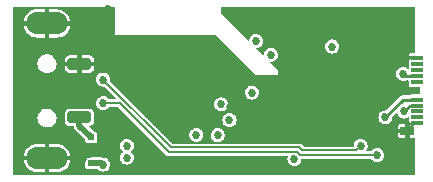
<source format=gbr>
%TF.GenerationSoftware,KiCad,Pcbnew,(6.0.7)*%
%TF.CreationDate,2023-02-08T01:32:31-08:00*%
%TF.ProjectId,ESP_SoC,4553505f-536f-4432-9e6b-696361645f70,rev?*%
%TF.SameCoordinates,Original*%
%TF.FileFunction,Copper,L4,Bot*%
%TF.FilePolarity,Positive*%
%FSLAX46Y46*%
G04 Gerber Fmt 4.6, Leading zero omitted, Abs format (unit mm)*
G04 Created by KiCad (PCBNEW (6.0.7)) date 2023-02-08 01:32:31*
%MOMM*%
%LPD*%
G01*
G04 APERTURE LIST*
G04 Aperture macros list*
%AMRoundRect*
0 Rectangle with rounded corners*
0 $1 Rounding radius*
0 $2 $3 $4 $5 $6 $7 $8 $9 X,Y pos of 4 corners*
0 Add a 4 corners polygon primitive as box body*
4,1,4,$2,$3,$4,$5,$6,$7,$8,$9,$2,$3,0*
0 Add four circle primitives for the rounded corners*
1,1,$1+$1,$2,$3*
1,1,$1+$1,$4,$5*
1,1,$1+$1,$6,$7*
1,1,$1+$1,$8,$9*
0 Add four rect primitives between the rounded corners*
20,1,$1+$1,$2,$3,$4,$5,0*
20,1,$1+$1,$4,$5,$6,$7,0*
20,1,$1+$1,$6,$7,$8,$9,0*
20,1,$1+$1,$8,$9,$2,$3,0*%
G04 Aperture macros list end*
%TA.AperFunction,ComponentPad*%
%ADD10O,3.500000X1.900000*%
%TD*%
%TA.AperFunction,SMDPad,CuDef*%
%ADD11R,1.000000X0.380000*%
%TD*%
%TA.AperFunction,SMDPad,CuDef*%
%ADD12R,1.150000X0.700000*%
%TD*%
%TA.AperFunction,SMDPad,CuDef*%
%ADD13R,0.500000X0.500000*%
%TD*%
%TA.AperFunction,SMDPad,CuDef*%
%ADD14RoundRect,0.250000X-0.750000X0.250000X-0.750000X-0.250000X0.750000X-0.250000X0.750000X0.250000X0*%
%TD*%
%TA.AperFunction,ViaPad*%
%ADD15C,0.685800*%
%TD*%
%TA.AperFunction,ViaPad*%
%ADD16C,0.889000*%
%TD*%
%TA.AperFunction,Conductor*%
%ADD17C,0.154200*%
%TD*%
%TA.AperFunction,Conductor*%
%ADD18C,0.508000*%
%TD*%
%TA.AperFunction,Conductor*%
%ADD19C,0.254000*%
%TD*%
%TA.AperFunction,Conductor*%
%ADD20C,0.152400*%
%TD*%
G04 APERTURE END LIST*
D10*
%TO.P,J1,5,Shield*%
%TO.N,GND*%
X101650000Y-104450000D03*
X101650000Y-93050000D03*
%TD*%
D11*
%TO.P,P1,B1,GND*%
%TO.N,GND*%
X133010000Y-101500000D03*
%TO.P,P1,B2,TX2+*%
%TO.N,unconnected-(P1-PadB2)*%
X133010000Y-101000000D03*
%TO.P,P1,B3,TX2-*%
%TO.N,unconnected-(P1-PadB3)*%
X133010000Y-100500000D03*
%TO.P,P1,B4,VBUS*%
%TO.N,+5V*%
X133010000Y-100000000D03*
%TO.P,P1,B5,VCONN*%
%TO.N,Net-(P1-PadB5)*%
X133010000Y-99500000D03*
%TO.P,P1,B8,SBU2*%
%TO.N,unconnected-(P1-PadB8)*%
X133010000Y-98000000D03*
%TO.P,P1,B9,VBUS*%
%TO.N,+5V*%
X133010000Y-97500000D03*
%TO.P,P1,B10,RX1-*%
%TO.N,unconnected-(P1-PadB10)*%
X133010000Y-97000000D03*
%TO.P,P1,B11,RX1+*%
%TO.N,unconnected-(P1-PadB11)*%
X133010000Y-96500000D03*
%TO.P,P1,B12,GND*%
%TO.N,GND*%
X133010000Y-96000000D03*
D12*
%TO.P,P1,S1,SHIELD*%
X132170000Y-102170000D03*
%TD*%
D13*
%TO.P,D2,1,K*%
%TO.N,+5V*%
X105400000Y-104900000D03*
%TO.P,D2,2,A*%
%TO.N,+BATT*%
X105400000Y-102700000D03*
%TD*%
D14*
%TO.P,J2,1,Pin_1*%
%TO.N,+BATT*%
X104400000Y-101000000D03*
%TD*%
%TO.P,J3,1,Pin_1*%
%TO.N,GND*%
X104400000Y-96500000D03*
%TD*%
D15*
%TO.N,+3V3*%
X125800000Y-95000000D03*
X116100000Y-102500000D03*
X116400000Y-99900000D03*
X119337156Y-94518432D03*
X122600000Y-104500000D03*
X119000000Y-98900000D03*
X114295000Y-102475000D03*
X120600000Y-95700000D03*
X117100000Y-101226500D03*
%TO.N,GND*%
X117700000Y-92800000D03*
X106800000Y-92700000D03*
X117178019Y-100133500D03*
X104700000Y-104500000D03*
D16*
X122750000Y-98500000D03*
D15*
X111000000Y-104000000D03*
X130400000Y-94500000D03*
X127400000Y-94500000D03*
X106800000Y-91800000D03*
X112800000Y-94500000D03*
D16*
X124000000Y-99750000D03*
D15*
X106800000Y-93600000D03*
X107800000Y-94500000D03*
D16*
X122750000Y-101000000D03*
D15*
X107700000Y-101100000D03*
X117400000Y-96100000D03*
X130400000Y-92300000D03*
X127400000Y-92300000D03*
X113000000Y-97800000D03*
X115300000Y-99900000D03*
D16*
X124000000Y-98500000D03*
D15*
X113800000Y-94500000D03*
X117000000Y-92100000D03*
X109800000Y-94500000D03*
X114800000Y-94500000D03*
X118700000Y-102800000D03*
D16*
X124000000Y-101000000D03*
D15*
X118800000Y-97400000D03*
X108800000Y-94500000D03*
D16*
X125250000Y-98500000D03*
D15*
X106800000Y-94500000D03*
D16*
X122750000Y-99750000D03*
X125250000Y-101000000D03*
D15*
X111800000Y-94500000D03*
X129000000Y-98900000D03*
X118400000Y-93500000D03*
D16*
X125250000Y-99750000D03*
D15*
X108800000Y-97800000D03*
X113000000Y-101100000D03*
X116700000Y-95400000D03*
X129000000Y-96700000D03*
X110800000Y-94500000D03*
X130700000Y-103800000D03*
%TO.N,+5V*%
X108400000Y-103400000D03*
X131800000Y-97300000D03*
X106400000Y-105000000D03*
X131900000Y-100500000D03*
X108400000Y-104400000D03*
%TO.N,USB_D-*%
X106400000Y-99800000D03*
X129600000Y-104200000D03*
%TO.N,USB_D+*%
X128200000Y-103400000D03*
X106400000Y-97800000D03*
%TO.N,Net-(P1-PadB5)*%
X130300000Y-101000000D03*
%TD*%
D17*
%TO.N,GND*%
X133010000Y-101500000D02*
X132840000Y-101500000D01*
X132840000Y-101500000D02*
X132170000Y-102170000D01*
D18*
%TO.N,+5V*%
X105400000Y-104900000D02*
X106300000Y-104900000D01*
D19*
X133010000Y-100000000D02*
X132400000Y-100000000D01*
X131800000Y-97300000D02*
X132000000Y-97500000D01*
X132400000Y-100000000D02*
X131900000Y-100500000D01*
X132000000Y-97500000D02*
X133010000Y-97500000D01*
D18*
X106300000Y-104900000D02*
X106400000Y-105000000D01*
D20*
%TO.N,USB_D-*%
X123072303Y-104200000D02*
X129600000Y-104200000D01*
X122826203Y-103953900D02*
X123072303Y-104200000D01*
X106400000Y-99800000D02*
X107825263Y-99800000D01*
X107825263Y-99800000D02*
X111979163Y-103953900D01*
X111979163Y-103953900D02*
X122826203Y-103953900D01*
%TO.N,USB_D+*%
X106400000Y-97800000D02*
X112147519Y-103547519D01*
X123240613Y-103793600D02*
X127806400Y-103793600D01*
X112147519Y-103547519D02*
X122994532Y-103547519D01*
X122994532Y-103547519D02*
X123240613Y-103793600D01*
X127806400Y-103793600D02*
X128200000Y-103400000D01*
D19*
%TO.N,Net-(P1-PadB5)*%
X130300000Y-101000000D02*
X131800000Y-99500000D01*
X131800000Y-99500000D02*
X133010000Y-99500000D01*
D18*
%TO.N,+BATT*%
X104400000Y-101000000D02*
X104400000Y-101700000D01*
X104400000Y-101700000D02*
X105400000Y-102700000D01*
%TD*%
%TA.AperFunction,Conductor*%
%TO.N,GND*%
G36*
X107425459Y-91655333D02*
G01*
X107430292Y-91667017D01*
X107427956Y-93940306D01*
X107427896Y-93998552D01*
X107431154Y-93998572D01*
X107431155Y-93998572D01*
X115943296Y-94049960D01*
X115954777Y-94054707D01*
X118693566Y-96753219D01*
X119350000Y-97400000D01*
X121200000Y-97400000D01*
X121200000Y-96949990D01*
X120559860Y-96323187D01*
X120554905Y-96311572D01*
X120559615Y-96299854D01*
X120571230Y-96294899D01*
X120573558Y-96295039D01*
X120598929Y-96298379D01*
X120600000Y-96298520D01*
X120601071Y-96298379D01*
X120753840Y-96278267D01*
X120753843Y-96278266D01*
X120754908Y-96278126D01*
X120809755Y-96255408D01*
X120898256Y-96218750D01*
X120898257Y-96218750D01*
X120899260Y-96218334D01*
X120900120Y-96217674D01*
X120900122Y-96217673D01*
X121022363Y-96123874D01*
X121023218Y-96123218D01*
X121044039Y-96096084D01*
X121117673Y-96000122D01*
X121117674Y-96000120D01*
X121118334Y-95999260D01*
X121137063Y-95954045D01*
X121177713Y-95855905D01*
X121178126Y-95854908D01*
X121180995Y-95833121D01*
X121198379Y-95701071D01*
X121198520Y-95700000D01*
X121194163Y-95666907D01*
X121178267Y-95546160D01*
X121178266Y-95546157D01*
X121178126Y-95545092D01*
X121138531Y-95449500D01*
X121118750Y-95401744D01*
X121118750Y-95401743D01*
X121118334Y-95400740D01*
X121100057Y-95376920D01*
X121023874Y-95277637D01*
X121023218Y-95276782D01*
X121006991Y-95264331D01*
X120900122Y-95182327D01*
X120900120Y-95182326D01*
X120899260Y-95181666D01*
X120832082Y-95153840D01*
X120755905Y-95122287D01*
X120754908Y-95121874D01*
X120753843Y-95121734D01*
X120753840Y-95121733D01*
X120601071Y-95101621D01*
X120600000Y-95101480D01*
X120598929Y-95101621D01*
X120446160Y-95121733D01*
X120446157Y-95121734D01*
X120445092Y-95121874D01*
X120444095Y-95122287D01*
X120367919Y-95153840D01*
X120300740Y-95181666D01*
X120299880Y-95182326D01*
X120299878Y-95182327D01*
X120193009Y-95264331D01*
X120176782Y-95276782D01*
X120176126Y-95277637D01*
X120099944Y-95376920D01*
X120081666Y-95400740D01*
X120081250Y-95401743D01*
X120081250Y-95401744D01*
X120061469Y-95449500D01*
X120021874Y-95545092D01*
X120021734Y-95546157D01*
X120021733Y-95546160D01*
X120005837Y-95666907D01*
X120001480Y-95700000D01*
X120001621Y-95701071D01*
X120006796Y-95740379D01*
X120003527Y-95752578D01*
X119992591Y-95758892D01*
X119980392Y-95755623D01*
X119978893Y-95754322D01*
X119513123Y-95298256D01*
X119353278Y-95141741D01*
X119348323Y-95130126D01*
X119353033Y-95118408D01*
X119362667Y-95113593D01*
X119416496Y-95106507D01*
X119490996Y-95096699D01*
X119490999Y-95096698D01*
X119492064Y-95096558D01*
X119636416Y-95036766D01*
X119637276Y-95036106D01*
X119637278Y-95036105D01*
X119684331Y-95000000D01*
X125201480Y-95000000D01*
X125201621Y-95001071D01*
X125220141Y-95141741D01*
X125221874Y-95154908D01*
X125222287Y-95155905D01*
X125272710Y-95277637D01*
X125281666Y-95299260D01*
X125376782Y-95423218D01*
X125377637Y-95423874D01*
X125499878Y-95517673D01*
X125499880Y-95517674D01*
X125500740Y-95518334D01*
X125501743Y-95518750D01*
X125501744Y-95518750D01*
X125578780Y-95550659D01*
X125645092Y-95578126D01*
X125646157Y-95578266D01*
X125646160Y-95578267D01*
X125798929Y-95598379D01*
X125800000Y-95598520D01*
X125801071Y-95598379D01*
X125953840Y-95578267D01*
X125953843Y-95578266D01*
X125954908Y-95578126D01*
X126021220Y-95550659D01*
X126098256Y-95518750D01*
X126098257Y-95518750D01*
X126099260Y-95518334D01*
X126100120Y-95517674D01*
X126100122Y-95517673D01*
X126222363Y-95423874D01*
X126223218Y-95423218D01*
X126318334Y-95299260D01*
X126327291Y-95277637D01*
X126377713Y-95155905D01*
X126378126Y-95154908D01*
X126379860Y-95141741D01*
X126398379Y-95001071D01*
X126398520Y-95000000D01*
X126398361Y-94998794D01*
X126378267Y-94846160D01*
X126378266Y-94846157D01*
X126378126Y-94845092D01*
X126318334Y-94700740D01*
X126298075Y-94674337D01*
X126223874Y-94577637D01*
X126223218Y-94576782D01*
X126179299Y-94543082D01*
X126100122Y-94482327D01*
X126100120Y-94482326D01*
X126099260Y-94481666D01*
X125954908Y-94421874D01*
X125953843Y-94421734D01*
X125953840Y-94421733D01*
X125801071Y-94401621D01*
X125800000Y-94401480D01*
X125798929Y-94401621D01*
X125646160Y-94421733D01*
X125646157Y-94421734D01*
X125645092Y-94421874D01*
X125500740Y-94481666D01*
X125499880Y-94482326D01*
X125499878Y-94482327D01*
X125420701Y-94543082D01*
X125376782Y-94576782D01*
X125376126Y-94577637D01*
X125301926Y-94674337D01*
X125281666Y-94700740D01*
X125221874Y-94845092D01*
X125221734Y-94846157D01*
X125221733Y-94846160D01*
X125201639Y-94998794D01*
X125201480Y-95000000D01*
X119684331Y-95000000D01*
X119759519Y-94942306D01*
X119760374Y-94941650D01*
X119833646Y-94846160D01*
X119854829Y-94818554D01*
X119854830Y-94818552D01*
X119855490Y-94817692D01*
X119915282Y-94673340D01*
X119928081Y-94576126D01*
X119935535Y-94519503D01*
X119935676Y-94518432D01*
X119930781Y-94481250D01*
X119915423Y-94364592D01*
X119915422Y-94364589D01*
X119915282Y-94363524D01*
X119867861Y-94249038D01*
X119855906Y-94220176D01*
X119855906Y-94220175D01*
X119855490Y-94219172D01*
X119760374Y-94095214D01*
X119701398Y-94049960D01*
X119637278Y-94000759D01*
X119637276Y-94000758D01*
X119636416Y-94000098D01*
X119624763Y-93995271D01*
X119505929Y-93946049D01*
X119492064Y-93940306D01*
X119490999Y-93940166D01*
X119490996Y-93940165D01*
X119338227Y-93920053D01*
X119337156Y-93919912D01*
X119336085Y-93920053D01*
X119183316Y-93940165D01*
X119183313Y-93940166D01*
X119182248Y-93940306D01*
X119168383Y-93946049D01*
X119049550Y-93995271D01*
X119037896Y-94000098D01*
X119037036Y-94000758D01*
X119037034Y-94000759D01*
X118972914Y-94049960D01*
X118913938Y-94095214D01*
X118818822Y-94219172D01*
X118818406Y-94220175D01*
X118818406Y-94220176D01*
X118806451Y-94249038D01*
X118759030Y-94363524D01*
X118758890Y-94364589D01*
X118758889Y-94364592D01*
X118740442Y-94504716D01*
X118734128Y-94515652D01*
X118721929Y-94518921D01*
X118712539Y-94514351D01*
X117037537Y-92874245D01*
X116404956Y-92254843D01*
X116400000Y-92243054D01*
X116400000Y-91667000D01*
X116404833Y-91655333D01*
X116416500Y-91650500D01*
X132783000Y-91650500D01*
X132794667Y-91655333D01*
X132799500Y-91667000D01*
X132799500Y-95373701D01*
X132799183Y-95376919D01*
X132794592Y-95400000D01*
X132794909Y-95401594D01*
X132797744Y-95415847D01*
X132797957Y-95417218D01*
X132809907Y-95523273D01*
X132815078Y-95538050D01*
X132814370Y-95550659D01*
X132804954Y-95559074D01*
X132799504Y-95560000D01*
X132486191Y-95560000D01*
X132484577Y-95560159D01*
X132414050Y-95574188D01*
X132411102Y-95575409D01*
X132331110Y-95628858D01*
X132328858Y-95631110D01*
X132275409Y-95711102D01*
X132274188Y-95714050D01*
X132260159Y-95784577D01*
X132260000Y-95786191D01*
X132260000Y-95821717D01*
X132260962Y-95824038D01*
X132263283Y-95825000D01*
X132989642Y-95825000D01*
X133001309Y-95829833D01*
X133004597Y-95833121D01*
X133005385Y-95833616D01*
X133108854Y-95898630D01*
X133108856Y-95898631D01*
X133109636Y-95899121D01*
X133173951Y-95921626D01*
X133183366Y-95930040D01*
X133185000Y-95937199D01*
X133185000Y-96043000D01*
X133180167Y-96054667D01*
X133168500Y-96059500D01*
X132485326Y-96059500D01*
X132412260Y-96074034D01*
X132329399Y-96129399D01*
X132328497Y-96130749D01*
X132303830Y-96167667D01*
X132293330Y-96174683D01*
X132290111Y-96175000D01*
X132263283Y-96175000D01*
X132260962Y-96175962D01*
X132260000Y-96178283D01*
X132260000Y-96213809D01*
X132260159Y-96215423D01*
X132266142Y-96245499D01*
X132266142Y-96251935D01*
X132259500Y-96285326D01*
X132259500Y-96714674D01*
X132259659Y-96715473D01*
X132265887Y-96746781D01*
X132265887Y-96753217D01*
X132259500Y-96785326D01*
X132259500Y-96875458D01*
X132254667Y-96887125D01*
X132243000Y-96891958D01*
X132231333Y-96887125D01*
X132229910Y-96885503D01*
X132223874Y-96877637D01*
X132223218Y-96876782D01*
X132128257Y-96803916D01*
X132100122Y-96782327D01*
X132100120Y-96782326D01*
X132099260Y-96781666D01*
X131954908Y-96721874D01*
X131953843Y-96721734D01*
X131953840Y-96721733D01*
X131801071Y-96701621D01*
X131800000Y-96701480D01*
X131798929Y-96701621D01*
X131646160Y-96721733D01*
X131646157Y-96721734D01*
X131645092Y-96721874D01*
X131500740Y-96781666D01*
X131499880Y-96782326D01*
X131499878Y-96782327D01*
X131471743Y-96803916D01*
X131376782Y-96876782D01*
X131376126Y-96877637D01*
X131288774Y-96991477D01*
X131281666Y-97000740D01*
X131221874Y-97145092D01*
X131221734Y-97146157D01*
X131221733Y-97146160D01*
X131207997Y-97250500D01*
X131201480Y-97300000D01*
X131201621Y-97301071D01*
X131214519Y-97399038D01*
X131221874Y-97454908D01*
X131281666Y-97599260D01*
X131282326Y-97600120D01*
X131282327Y-97600122D01*
X131364331Y-97706991D01*
X131376782Y-97723218D01*
X131377637Y-97723874D01*
X131499878Y-97817673D01*
X131499880Y-97817674D01*
X131500740Y-97818334D01*
X131645092Y-97878126D01*
X131646157Y-97878266D01*
X131646160Y-97878267D01*
X131798929Y-97898379D01*
X131800000Y-97898520D01*
X131801071Y-97898379D01*
X131946157Y-97879279D01*
X131950375Y-97879268D01*
X131950732Y-97879313D01*
X131952033Y-97879702D01*
X131953390Y-97879649D01*
X131953393Y-97879649D01*
X132007746Y-97877513D01*
X132008394Y-97877500D01*
X132243000Y-97877500D01*
X132254667Y-97882333D01*
X132259500Y-97894000D01*
X132259500Y-98214674D01*
X132274034Y-98287740D01*
X132329399Y-98370601D01*
X132412260Y-98425966D01*
X132485326Y-98440500D01*
X133183500Y-98440500D01*
X133195167Y-98445333D01*
X133200000Y-98457000D01*
X133200000Y-99043000D01*
X133195167Y-99054667D01*
X133183500Y-99059500D01*
X132485326Y-99059500D01*
X132412260Y-99074034D01*
X132410907Y-99074938D01*
X132343886Y-99119719D01*
X132334719Y-99122500D01*
X131842054Y-99122500D01*
X131838581Y-99122130D01*
X131827383Y-99119719D01*
X131818029Y-99117705D01*
X131816676Y-99117865D01*
X131816673Y-99117865D01*
X131778481Y-99122386D01*
X131776542Y-99122500D01*
X131768638Y-99122500D01*
X131767966Y-99122612D01*
X131767964Y-99122612D01*
X131759154Y-99124078D01*
X131747162Y-99126074D01*
X131746413Y-99126181D01*
X131693225Y-99132477D01*
X131687134Y-99135402D01*
X131682703Y-99136803D01*
X131678842Y-99137446D01*
X131677375Y-99137690D01*
X131677374Y-99137690D01*
X131676030Y-99137914D01*
X131674831Y-99138561D01*
X131628888Y-99163351D01*
X131628194Y-99163704D01*
X131579934Y-99186878D01*
X131575684Y-99190450D01*
X131573899Y-99192235D01*
X131570067Y-99195089D01*
X131566630Y-99196943D01*
X131566628Y-99196944D01*
X131565428Y-99197592D01*
X131564500Y-99198596D01*
X131527578Y-99238538D01*
X131527129Y-99239005D01*
X130362886Y-100403248D01*
X130351219Y-100408081D01*
X130349067Y-100407940D01*
X130300000Y-100401480D01*
X130298929Y-100401621D01*
X130146160Y-100421733D01*
X130146157Y-100421734D01*
X130145092Y-100421874D01*
X130000740Y-100481666D01*
X129999880Y-100482326D01*
X129999878Y-100482327D01*
X129905384Y-100554835D01*
X129876782Y-100576782D01*
X129876126Y-100577637D01*
X129785239Y-100696084D01*
X129781666Y-100700740D01*
X129781250Y-100701743D01*
X129781250Y-100701744D01*
X129779070Y-100707007D01*
X129721874Y-100845092D01*
X129721734Y-100846157D01*
X129721733Y-100846160D01*
X129709002Y-100942867D01*
X129701480Y-101000000D01*
X129721874Y-101154908D01*
X129722287Y-101155905D01*
X129780886Y-101297376D01*
X129781666Y-101299260D01*
X129782326Y-101300120D01*
X129782327Y-101300122D01*
X129827926Y-101359548D01*
X129876782Y-101423218D01*
X129877637Y-101423874D01*
X129999878Y-101517673D01*
X129999880Y-101517674D01*
X130000740Y-101518334D01*
X130001743Y-101518750D01*
X130001744Y-101518750D01*
X130075982Y-101549500D01*
X130145092Y-101578126D01*
X130146157Y-101578266D01*
X130146160Y-101578267D01*
X130298929Y-101598379D01*
X130300000Y-101598520D01*
X130301071Y-101598379D01*
X130453840Y-101578267D01*
X130453843Y-101578266D01*
X130454908Y-101578126D01*
X130524018Y-101549500D01*
X130598256Y-101518750D01*
X130598257Y-101518750D01*
X130599260Y-101518334D01*
X130600120Y-101517674D01*
X130600122Y-101517673D01*
X130722363Y-101423874D01*
X130723218Y-101423218D01*
X130772074Y-101359548D01*
X130817673Y-101300122D01*
X130817674Y-101300120D01*
X130818334Y-101299260D01*
X130819115Y-101297376D01*
X130877713Y-101155905D01*
X130878126Y-101154908D01*
X130898520Y-101000000D01*
X130892060Y-100950934D01*
X130895329Y-100938736D01*
X130896752Y-100937113D01*
X131281589Y-100552277D01*
X131293256Y-100547444D01*
X131304923Y-100552277D01*
X131309615Y-100561790D01*
X131321014Y-100648374D01*
X131321874Y-100654908D01*
X131322287Y-100655905D01*
X131343128Y-100706219D01*
X131381666Y-100799260D01*
X131382326Y-100800120D01*
X131382327Y-100800122D01*
X131432249Y-100865181D01*
X131476782Y-100923218D01*
X131477637Y-100923874D01*
X131599878Y-101017673D01*
X131599880Y-101017674D01*
X131600740Y-101018334D01*
X131601743Y-101018750D01*
X131601744Y-101018750D01*
X131665828Y-101045294D01*
X131745092Y-101078126D01*
X131746157Y-101078266D01*
X131746160Y-101078267D01*
X131898929Y-101098379D01*
X131900000Y-101098520D01*
X131901071Y-101098379D01*
X132053840Y-101078267D01*
X132053843Y-101078266D01*
X132054908Y-101078126D01*
X132134172Y-101045294D01*
X132198256Y-101018750D01*
X132198257Y-101018750D01*
X132199260Y-101018334D01*
X132200120Y-101017674D01*
X132200122Y-101017673D01*
X132232955Y-100992479D01*
X132245154Y-100989210D01*
X132256090Y-100995524D01*
X132259500Y-101005569D01*
X132259500Y-101214674D01*
X132265452Y-101244592D01*
X132266142Y-101248063D01*
X132266142Y-101254501D01*
X132260159Y-101284577D01*
X132260000Y-101286191D01*
X132260000Y-101321717D01*
X132260962Y-101324038D01*
X132263283Y-101325000D01*
X132290111Y-101325000D01*
X132301778Y-101329833D01*
X132303828Y-101332330D01*
X132329399Y-101370601D01*
X132412260Y-101425966D01*
X132485326Y-101440500D01*
X133168500Y-101440500D01*
X133180167Y-101445333D01*
X133185000Y-101457000D01*
X133185000Y-101562801D01*
X133180167Y-101574468D01*
X133173952Y-101578374D01*
X133109636Y-101600879D01*
X133108856Y-101601369D01*
X133108854Y-101601370D01*
X133073996Y-101623273D01*
X133004597Y-101666879D01*
X133001309Y-101670167D01*
X132989642Y-101675000D01*
X132348283Y-101675000D01*
X132345962Y-101675962D01*
X132345000Y-101678283D01*
X132345000Y-102766717D01*
X132345962Y-102769038D01*
X132348283Y-102770000D01*
X132768809Y-102770000D01*
X132770425Y-102769841D01*
X132779782Y-102767980D01*
X132792167Y-102770444D01*
X132799183Y-102780945D01*
X132799500Y-102784163D01*
X132799500Y-105833000D01*
X132794667Y-105844667D01*
X132783000Y-105849500D01*
X98817000Y-105849500D01*
X98805333Y-105844667D01*
X98800500Y-105833000D01*
X98800500Y-104627320D01*
X99662796Y-104627320D01*
X99685795Y-104761170D01*
X99686185Y-104762622D01*
X99761994Y-104968115D01*
X99762646Y-104969480D01*
X99874628Y-105157706D01*
X99875525Y-105158940D01*
X100019933Y-105323605D01*
X100021032Y-105324648D01*
X100193041Y-105460249D01*
X100194302Y-105461068D01*
X100388146Y-105563054D01*
X100389532Y-105563628D01*
X100598720Y-105628583D01*
X100600182Y-105628894D01*
X100778021Y-105649943D01*
X100778998Y-105650000D01*
X101471717Y-105650000D01*
X101474038Y-105649038D01*
X101475000Y-105646717D01*
X101825000Y-105646717D01*
X101825962Y-105649038D01*
X101828283Y-105650000D01*
X102505569Y-105650000D01*
X102506327Y-105649965D01*
X102668871Y-105635030D01*
X102670343Y-105634757D01*
X102881165Y-105575299D01*
X102882558Y-105574764D01*
X103079007Y-105477886D01*
X103080288Y-105477101D01*
X103255788Y-105346049D01*
X103256914Y-105345034D01*
X103405588Y-105184200D01*
X103406505Y-105183006D01*
X103523387Y-104997759D01*
X103524069Y-104996419D01*
X103534939Y-104969173D01*
X104895028Y-104969173D01*
X104895350Y-104970299D01*
X104895350Y-104970300D01*
X104898865Y-104982598D01*
X104899500Y-104987132D01*
X104899500Y-105174674D01*
X104914034Y-105247740D01*
X104969399Y-105330601D01*
X105052260Y-105385966D01*
X105125326Y-105400500D01*
X105333727Y-105400500D01*
X105336266Y-105400696D01*
X105360072Y-105404403D01*
X105360076Y-105404403D01*
X105360697Y-105404500D01*
X105954282Y-105404500D01*
X105965949Y-105409333D01*
X105967372Y-105410955D01*
X105976782Y-105423218D01*
X105977637Y-105423874D01*
X106099878Y-105517673D01*
X106099880Y-105517674D01*
X106100740Y-105518334D01*
X106245092Y-105578126D01*
X106246157Y-105578266D01*
X106246160Y-105578267D01*
X106398929Y-105598379D01*
X106400000Y-105598520D01*
X106401071Y-105598379D01*
X106553840Y-105578267D01*
X106553843Y-105578266D01*
X106554908Y-105578126D01*
X106699260Y-105518334D01*
X106700120Y-105517674D01*
X106700122Y-105517673D01*
X106822363Y-105423874D01*
X106823218Y-105423218D01*
X106882432Y-105346049D01*
X106917673Y-105300122D01*
X106917674Y-105300120D01*
X106918334Y-105299260D01*
X106978126Y-105154908D01*
X106998520Y-105000000D01*
X106988498Y-104923874D01*
X106978267Y-104846160D01*
X106978266Y-104846157D01*
X106978126Y-104845092D01*
X106918334Y-104700740D01*
X106917199Y-104699260D01*
X106823874Y-104577637D01*
X106823218Y-104576782D01*
X106806991Y-104564331D01*
X106700122Y-104482327D01*
X106700120Y-104482326D01*
X106699260Y-104481666D01*
X106554908Y-104421874D01*
X106553843Y-104421734D01*
X106553840Y-104421733D01*
X106434724Y-104406051D01*
X106413460Y-104403252D01*
X106411706Y-104402813D01*
X106411694Y-104402867D01*
X106410553Y-104402616D01*
X106409448Y-104402202D01*
X106400348Y-104401526D01*
X106400364Y-104401310D01*
X106399930Y-104401130D01*
X106399903Y-104401493D01*
X106379812Y-104400000D01*
X107801480Y-104400000D01*
X107801621Y-104401071D01*
X107818797Y-104531533D01*
X107821874Y-104554908D01*
X107822287Y-104555905D01*
X107851220Y-104625755D01*
X107881666Y-104699260D01*
X107882326Y-104700120D01*
X107882327Y-104700122D01*
X107896302Y-104718334D01*
X107976782Y-104823218D01*
X107977637Y-104823874D01*
X108099878Y-104917673D01*
X108099880Y-104917674D01*
X108100740Y-104918334D01*
X108245092Y-104978126D01*
X108246157Y-104978266D01*
X108246160Y-104978267D01*
X108398929Y-104998379D01*
X108400000Y-104998520D01*
X108401071Y-104998379D01*
X108553840Y-104978267D01*
X108553843Y-104978266D01*
X108554908Y-104978126D01*
X108699260Y-104918334D01*
X108700120Y-104917674D01*
X108700122Y-104917673D01*
X108822363Y-104823874D01*
X108823218Y-104823218D01*
X108903698Y-104718334D01*
X108917673Y-104700122D01*
X108917674Y-104700120D01*
X108918334Y-104699260D01*
X108948781Y-104625755D01*
X108977713Y-104555905D01*
X108978126Y-104554908D01*
X108981204Y-104531533D01*
X108998379Y-104401071D01*
X108998520Y-104400000D01*
X108997432Y-104391739D01*
X108978267Y-104246160D01*
X108978266Y-104246157D01*
X108978126Y-104245092D01*
X108918334Y-104100740D01*
X108876454Y-104046160D01*
X108823874Y-103977637D01*
X108823218Y-103976782D01*
X108822363Y-103976126D01*
X108822359Y-103976122D01*
X108740213Y-103913090D01*
X108733898Y-103902154D01*
X108737167Y-103889956D01*
X108740213Y-103886910D01*
X108822359Y-103823878D01*
X108822363Y-103823874D01*
X108823218Y-103823218D01*
X108835669Y-103806991D01*
X108917673Y-103700122D01*
X108917674Y-103700120D01*
X108918334Y-103699260D01*
X108978126Y-103554908D01*
X108989713Y-103466900D01*
X108998379Y-103401071D01*
X108998520Y-103400000D01*
X108988607Y-103324701D01*
X108978267Y-103246160D01*
X108978266Y-103246157D01*
X108978126Y-103245092D01*
X108918334Y-103100740D01*
X108916523Y-103098379D01*
X108823874Y-102977637D01*
X108823218Y-102976782D01*
X108748963Y-102919804D01*
X108700122Y-102882327D01*
X108700120Y-102882326D01*
X108699260Y-102881666D01*
X108554908Y-102821874D01*
X108553843Y-102821734D01*
X108553840Y-102821733D01*
X108401071Y-102801621D01*
X108400000Y-102801480D01*
X108398929Y-102801621D01*
X108246160Y-102821733D01*
X108246157Y-102821734D01*
X108245092Y-102821874D01*
X108100740Y-102881666D01*
X108099880Y-102882326D01*
X108099878Y-102882327D01*
X108051037Y-102919804D01*
X107976782Y-102976782D01*
X107976126Y-102977637D01*
X107883478Y-103098379D01*
X107881666Y-103100740D01*
X107821874Y-103245092D01*
X107821734Y-103246157D01*
X107821733Y-103246160D01*
X107811393Y-103324701D01*
X107801480Y-103400000D01*
X107801621Y-103401071D01*
X107810288Y-103466900D01*
X107821874Y-103554908D01*
X107881666Y-103699260D01*
X107882326Y-103700120D01*
X107882327Y-103700122D01*
X107964331Y-103806991D01*
X107976782Y-103823218D01*
X107977637Y-103823874D01*
X107977641Y-103823878D01*
X108059787Y-103886910D01*
X108066102Y-103897846D01*
X108062833Y-103910044D01*
X108059787Y-103913090D01*
X107977641Y-103976122D01*
X107977637Y-103976126D01*
X107976782Y-103976782D01*
X107976126Y-103977637D01*
X107923547Y-104046160D01*
X107881666Y-104100740D01*
X107821874Y-104245092D01*
X107821734Y-104246157D01*
X107821733Y-104246160D01*
X107802568Y-104391739D01*
X107801480Y-104400000D01*
X106379812Y-104400000D01*
X106358254Y-104398398D01*
X106356955Y-104398249D01*
X106339303Y-104395500D01*
X106319874Y-104395500D01*
X106318651Y-104395455D01*
X106266507Y-104391580D01*
X106266505Y-104391580D01*
X106265333Y-104391493D01*
X106264181Y-104391739D01*
X106264179Y-104391739D01*
X106248267Y-104395136D01*
X106244822Y-104395500D01*
X105363774Y-104395500D01*
X105339831Y-104398929D01*
X105337010Y-104399333D01*
X105334671Y-104399500D01*
X105125326Y-104399500D01*
X105052260Y-104414034D01*
X104969399Y-104469399D01*
X104914034Y-104552260D01*
X104899500Y-104625326D01*
X104899500Y-104810245D01*
X104898808Y-104814973D01*
X104895910Y-104824663D01*
X104895028Y-104969173D01*
X103534939Y-104969173D01*
X103605230Y-104792987D01*
X103605661Y-104791533D01*
X103638147Y-104628219D01*
X103637656Y-104625755D01*
X103636527Y-104625000D01*
X101828283Y-104625000D01*
X101825962Y-104625962D01*
X101825000Y-104628283D01*
X101825000Y-105646717D01*
X101475000Y-105646717D01*
X101475000Y-104628283D01*
X101474038Y-104625962D01*
X101471717Y-104625000D01*
X99665680Y-104625000D01*
X99663359Y-104625962D01*
X99662796Y-104627320D01*
X98800500Y-104627320D01*
X98800500Y-104271781D01*
X99661853Y-104271781D01*
X99662344Y-104274245D01*
X99663473Y-104275000D01*
X101471717Y-104275000D01*
X101474038Y-104274038D01*
X101475000Y-104271717D01*
X101825000Y-104271717D01*
X101825962Y-104274038D01*
X101828283Y-104275000D01*
X103634320Y-104275000D01*
X103636641Y-104274038D01*
X103637204Y-104272680D01*
X103614205Y-104138830D01*
X103613815Y-104137378D01*
X103538006Y-103931885D01*
X103537354Y-103930520D01*
X103425372Y-103742294D01*
X103424475Y-103741060D01*
X103280067Y-103576395D01*
X103278968Y-103575352D01*
X103106959Y-103439751D01*
X103105698Y-103438932D01*
X102911854Y-103336946D01*
X102910468Y-103336372D01*
X102701280Y-103271417D01*
X102699818Y-103271106D01*
X102521979Y-103250057D01*
X102521002Y-103250000D01*
X101828283Y-103250000D01*
X101825962Y-103250962D01*
X101825000Y-103253283D01*
X101825000Y-104271717D01*
X101475000Y-104271717D01*
X101475000Y-103253283D01*
X101474038Y-103250962D01*
X101471717Y-103250000D01*
X100794431Y-103250000D01*
X100793673Y-103250035D01*
X100631129Y-103264970D01*
X100629657Y-103265243D01*
X100418835Y-103324701D01*
X100417442Y-103325236D01*
X100220993Y-103422114D01*
X100219712Y-103422899D01*
X100044212Y-103553951D01*
X100043086Y-103554966D01*
X99894412Y-103715800D01*
X99893495Y-103716994D01*
X99776613Y-103902241D01*
X99775931Y-103903581D01*
X99694770Y-104107013D01*
X99694339Y-104108467D01*
X99661853Y-104271781D01*
X98800500Y-104271781D01*
X98800500Y-101044376D01*
X100844455Y-101044376D01*
X100863227Y-101222983D01*
X100863524Y-101223855D01*
X100917499Y-101382405D01*
X100921103Y-101392993D01*
X101015206Y-101545955D01*
X101015854Y-101546617D01*
X101015855Y-101546618D01*
X101041967Y-101573283D01*
X101140859Y-101674268D01*
X101169643Y-101692818D01*
X101283165Y-101765978D01*
X101291817Y-101771554D01*
X101355072Y-101794577D01*
X101459714Y-101832664D01*
X101459718Y-101832665D01*
X101460578Y-101832978D01*
X101599283Y-101850500D01*
X101695155Y-101850500D01*
X101695606Y-101850449D01*
X101695613Y-101850449D01*
X101782242Y-101840732D01*
X101828472Y-101835546D01*
X101917263Y-101804626D01*
X101997204Y-101776788D01*
X101997207Y-101776787D01*
X101998073Y-101776485D01*
X102039658Y-101750500D01*
X102149596Y-101681803D01*
X102149597Y-101681802D01*
X102150375Y-101681316D01*
X102151029Y-101680667D01*
X102277151Y-101555422D01*
X102277153Y-101555419D01*
X102277807Y-101554770D01*
X102374037Y-101403136D01*
X102423569Y-101264034D01*
X102433972Y-101234819D01*
X102433972Y-101234818D01*
X102434281Y-101233951D01*
X102455545Y-101055624D01*
X102436773Y-100877017D01*
X102410596Y-100800122D01*
X102379195Y-100707881D01*
X102379193Y-100707877D01*
X102378897Y-100707007D01*
X102376480Y-100703079D01*
X103149500Y-100703079D01*
X103149501Y-101001071D01*
X103149501Y-101297376D01*
X103149548Y-101297806D01*
X103149548Y-101297811D01*
X103149799Y-101300122D01*
X103156149Y-101358580D01*
X103206474Y-101492824D01*
X103207181Y-101493768D01*
X103207182Y-101493769D01*
X103252314Y-101553988D01*
X103292454Y-101607546D01*
X103293396Y-101608252D01*
X103383741Y-101675962D01*
X103407176Y-101693526D01*
X103541420Y-101743851D01*
X103602623Y-101750500D01*
X103882115Y-101750500D01*
X103893782Y-101755333D01*
X103898583Y-101765978D01*
X103900902Y-101803359D01*
X103901302Y-101804466D01*
X103901302Y-101804468D01*
X103907311Y-101821114D01*
X103908124Y-101824376D01*
X103910799Y-101843052D01*
X103911286Y-101844124D01*
X103911287Y-101844126D01*
X103932037Y-101889764D01*
X103932537Y-101890990D01*
X103936324Y-101901480D01*
X103949972Y-101939284D01*
X103950666Y-101940234D01*
X103961105Y-101954523D01*
X103962802Y-101957427D01*
X103970125Y-101973535D01*
X103970127Y-101973538D01*
X103970612Y-101974605D01*
X103971378Y-101975494D01*
X104004116Y-102013488D01*
X104004939Y-102014526D01*
X104015093Y-102028425D01*
X104015099Y-102028432D01*
X104015473Y-102028944D01*
X104029205Y-102042676D01*
X104030038Y-102043572D01*
X104064944Y-102084082D01*
X104079590Y-102093575D01*
X104082283Y-102095754D01*
X104894667Y-102908137D01*
X104899500Y-102919804D01*
X104899500Y-102974674D01*
X104914034Y-103047740D01*
X104969399Y-103130601D01*
X105052260Y-103185966D01*
X105125326Y-103200500D01*
X105326283Y-103200500D01*
X105327505Y-103200545D01*
X105339689Y-103201450D01*
X105433493Y-103208421D01*
X105433495Y-103208421D01*
X105434667Y-103208508D01*
X105435819Y-103208262D01*
X105435821Y-103208262D01*
X105470476Y-103200864D01*
X105473921Y-103200500D01*
X105674674Y-103200500D01*
X105747740Y-103185966D01*
X105830601Y-103130601D01*
X105885966Y-103047740D01*
X105900500Y-102974674D01*
X105900500Y-102776072D01*
X105900907Y-102772430D01*
X105907787Y-102742025D01*
X105908047Y-102740877D01*
X105900532Y-102619755D01*
X105900500Y-102618733D01*
X105900500Y-102425326D01*
X105885966Y-102352260D01*
X105830601Y-102269399D01*
X105747740Y-102214034D01*
X105674674Y-102199500D01*
X105619805Y-102199500D01*
X105608138Y-102194667D01*
X105191595Y-101778124D01*
X105186762Y-101766457D01*
X105191595Y-101754790D01*
X105201479Y-101750053D01*
X105258580Y-101743851D01*
X105392824Y-101693526D01*
X105416260Y-101675962D01*
X105506604Y-101608252D01*
X105507546Y-101607546D01*
X105547686Y-101553988D01*
X105592818Y-101493769D01*
X105592819Y-101493768D01*
X105593526Y-101492824D01*
X105643851Y-101358580D01*
X105650500Y-101297377D01*
X105650500Y-101000000D01*
X105650499Y-100703067D01*
X105650499Y-100702624D01*
X105650404Y-100701744D01*
X105643962Y-100642446D01*
X105643851Y-100641420D01*
X105593526Y-100507176D01*
X105574096Y-100481250D01*
X105508252Y-100393396D01*
X105507546Y-100392454D01*
X105506604Y-100391748D01*
X105393769Y-100307182D01*
X105393768Y-100307181D01*
X105392824Y-100306474D01*
X105258580Y-100256149D01*
X105197377Y-100249500D01*
X105196921Y-100249500D01*
X104388470Y-100249501D01*
X103602624Y-100249501D01*
X103602194Y-100249548D01*
X103602189Y-100249548D01*
X103580691Y-100251883D01*
X103541420Y-100256149D01*
X103407176Y-100306474D01*
X103406232Y-100307181D01*
X103406231Y-100307182D01*
X103293396Y-100391748D01*
X103292454Y-100392454D01*
X103291748Y-100393396D01*
X103225905Y-100481250D01*
X103206474Y-100507176D01*
X103156149Y-100641420D01*
X103149500Y-100702623D01*
X103149500Y-100703079D01*
X102376480Y-100703079D01*
X102284794Y-100554045D01*
X102159141Y-100425732D01*
X102008183Y-100328446D01*
X101889712Y-100285326D01*
X101840286Y-100267336D01*
X101840282Y-100267335D01*
X101839422Y-100267022D01*
X101700717Y-100249500D01*
X101604845Y-100249500D01*
X101604394Y-100249551D01*
X101604387Y-100249551D01*
X101517758Y-100259268D01*
X101471528Y-100264454D01*
X101397789Y-100290132D01*
X101302796Y-100323212D01*
X101302793Y-100323213D01*
X101301927Y-100323515D01*
X101301150Y-100324001D01*
X101301149Y-100324001D01*
X101174328Y-100403248D01*
X101149625Y-100418684D01*
X101148973Y-100419331D01*
X101148971Y-100419333D01*
X101022849Y-100544578D01*
X101022847Y-100544581D01*
X101022193Y-100545230D01*
X100925963Y-100696864D01*
X100865719Y-100866049D01*
X100844455Y-101044376D01*
X98800500Y-101044376D01*
X98800500Y-99800000D01*
X105801480Y-99800000D01*
X105821874Y-99954908D01*
X105881666Y-100099260D01*
X105882326Y-100100120D01*
X105882327Y-100100122D01*
X105906430Y-100131533D01*
X105976782Y-100223218D01*
X105977637Y-100223874D01*
X106099878Y-100317673D01*
X106099880Y-100317674D01*
X106100740Y-100318334D01*
X106101743Y-100318750D01*
X106101744Y-100318750D01*
X106126367Y-100328949D01*
X106245092Y-100378126D01*
X106246157Y-100378266D01*
X106246160Y-100378267D01*
X106398929Y-100398379D01*
X106400000Y-100398520D01*
X106401071Y-100398379D01*
X106553840Y-100378267D01*
X106553843Y-100378266D01*
X106554908Y-100378126D01*
X106673633Y-100328949D01*
X106698256Y-100318750D01*
X106698257Y-100318750D01*
X106699260Y-100318334D01*
X106700120Y-100317674D01*
X106700122Y-100317673D01*
X106822363Y-100223874D01*
X106823218Y-100223218D01*
X106892326Y-100133155D01*
X106903262Y-100126841D01*
X106905416Y-100126700D01*
X107683105Y-100126700D01*
X107694772Y-100131533D01*
X111737553Y-104174314D01*
X111738526Y-104175375D01*
X111765925Y-104208028D01*
X111802728Y-104229277D01*
X111802833Y-104229337D01*
X111804047Y-104230110D01*
X111838964Y-104254559D01*
X111850965Y-104257774D01*
X111854943Y-104259423D01*
X111865701Y-104265634D01*
X111867124Y-104265885D01*
X111872715Y-104266871D01*
X111907680Y-104273036D01*
X111909060Y-104273341D01*
X111950250Y-104284378D01*
X111992710Y-104280663D01*
X111994148Y-104280600D01*
X122023893Y-104280600D01*
X122035560Y-104285433D01*
X122040393Y-104297100D01*
X122039137Y-104303414D01*
X122021874Y-104345092D01*
X122021734Y-104346157D01*
X122021733Y-104346160D01*
X122011784Y-104421733D01*
X122001480Y-104500000D01*
X122001621Y-104501071D01*
X122018369Y-104628283D01*
X122021874Y-104654908D01*
X122081666Y-104799260D01*
X122082326Y-104800120D01*
X122082327Y-104800122D01*
X122164331Y-104906991D01*
X122176782Y-104923218D01*
X122177637Y-104923874D01*
X122299878Y-105017673D01*
X122299880Y-105017674D01*
X122300740Y-105018334D01*
X122445092Y-105078126D01*
X122446157Y-105078266D01*
X122446160Y-105078267D01*
X122598929Y-105098379D01*
X122600000Y-105098520D01*
X122601071Y-105098379D01*
X122753840Y-105078267D01*
X122753843Y-105078266D01*
X122754908Y-105078126D01*
X122899260Y-105018334D01*
X122900120Y-105017674D01*
X122900122Y-105017673D01*
X123022363Y-104923874D01*
X123023218Y-104923218D01*
X123035669Y-104906991D01*
X123117673Y-104800122D01*
X123117674Y-104800120D01*
X123118334Y-104799260D01*
X123178126Y-104654908D01*
X123181632Y-104628283D01*
X123188299Y-104577637D01*
X123193116Y-104541045D01*
X123199430Y-104530110D01*
X123209475Y-104526700D01*
X129094584Y-104526700D01*
X129106251Y-104531533D01*
X129107674Y-104533155D01*
X129176782Y-104623218D01*
X129183383Y-104628283D01*
X129299878Y-104717673D01*
X129299880Y-104717674D01*
X129300740Y-104718334D01*
X129445092Y-104778126D01*
X129446157Y-104778266D01*
X129446160Y-104778267D01*
X129598929Y-104798379D01*
X129600000Y-104798520D01*
X129601071Y-104798379D01*
X129753840Y-104778267D01*
X129753843Y-104778266D01*
X129754908Y-104778126D01*
X129899260Y-104718334D01*
X129900120Y-104717674D01*
X129900122Y-104717673D01*
X130016617Y-104628283D01*
X130023218Y-104623218D01*
X130035669Y-104606991D01*
X130117673Y-104500122D01*
X130117674Y-104500120D01*
X130118334Y-104499260D01*
X130178126Y-104354908D01*
X130179419Y-104345092D01*
X130198379Y-104201071D01*
X130198520Y-104200000D01*
X130190276Y-104137378D01*
X130178267Y-104046160D01*
X130178266Y-104046157D01*
X130178126Y-104045092D01*
X130166046Y-104015928D01*
X130118750Y-103901744D01*
X130118750Y-103901743D01*
X130118334Y-103900740D01*
X130116114Y-103897846D01*
X130023874Y-103777637D01*
X130023218Y-103776782D01*
X129945301Y-103716994D01*
X129900122Y-103682327D01*
X129900120Y-103682326D01*
X129899260Y-103681666D01*
X129754908Y-103621874D01*
X129753843Y-103621734D01*
X129753840Y-103621733D01*
X129601071Y-103601621D01*
X129600000Y-103601480D01*
X129598929Y-103601621D01*
X129446160Y-103621733D01*
X129446157Y-103621734D01*
X129445092Y-103621874D01*
X129300740Y-103681666D01*
X129299880Y-103682326D01*
X129299878Y-103682327D01*
X129254699Y-103716994D01*
X129176782Y-103776782D01*
X129176126Y-103777637D01*
X129107674Y-103866845D01*
X129096738Y-103873159D01*
X129094584Y-103873300D01*
X128606557Y-103873300D01*
X128594890Y-103868467D01*
X128590057Y-103856800D01*
X128594890Y-103845133D01*
X128596513Y-103843710D01*
X128622359Y-103823878D01*
X128622363Y-103823874D01*
X128623218Y-103823218D01*
X128635669Y-103806991D01*
X128717673Y-103700122D01*
X128717674Y-103700120D01*
X128718334Y-103699260D01*
X128778126Y-103554908D01*
X128789713Y-103466900D01*
X128798379Y-103401071D01*
X128798520Y-103400000D01*
X128788607Y-103324701D01*
X128778267Y-103246160D01*
X128778266Y-103246157D01*
X128778126Y-103245092D01*
X128718334Y-103100740D01*
X128716523Y-103098379D01*
X128623874Y-102977637D01*
X128623218Y-102976782D01*
X128548963Y-102919804D01*
X128500122Y-102882327D01*
X128500120Y-102882326D01*
X128499260Y-102881666D01*
X128354908Y-102821874D01*
X128353843Y-102821734D01*
X128353840Y-102821733D01*
X128201071Y-102801621D01*
X128200000Y-102801480D01*
X128198929Y-102801621D01*
X128046160Y-102821733D01*
X128046157Y-102821734D01*
X128045092Y-102821874D01*
X127900740Y-102881666D01*
X127899880Y-102882326D01*
X127899878Y-102882327D01*
X127851037Y-102919804D01*
X127776782Y-102976782D01*
X127776126Y-102977637D01*
X127683478Y-103098379D01*
X127681666Y-103100740D01*
X127621874Y-103245092D01*
X127621734Y-103246157D01*
X127621733Y-103246160D01*
X127611393Y-103324701D01*
X127601480Y-103400000D01*
X127601621Y-103401071D01*
X127607832Y-103448246D01*
X127604563Y-103460444D01*
X127593627Y-103466759D01*
X127591473Y-103466900D01*
X123382771Y-103466900D01*
X123371104Y-103462067D01*
X123236142Y-103327105D01*
X123235169Y-103326044D01*
X123208699Y-103294498D01*
X123207770Y-103293391D01*
X123170862Y-103272082D01*
X123169648Y-103271309D01*
X123140589Y-103250962D01*
X123134731Y-103246860D01*
X123122730Y-103243645D01*
X123118751Y-103241996D01*
X123109246Y-103236508D01*
X123109247Y-103236508D01*
X123107994Y-103235785D01*
X123066030Y-103228385D01*
X123064623Y-103228074D01*
X123024838Y-103217414D01*
X123023446Y-103217041D01*
X122981608Y-103220702D01*
X122980986Y-103220756D01*
X122979548Y-103220819D01*
X112289676Y-103220819D01*
X112278009Y-103215986D01*
X111537023Y-102475000D01*
X113696480Y-102475000D01*
X113696621Y-102476071D01*
X113715425Y-102618898D01*
X113716874Y-102629908D01*
X113717287Y-102630905D01*
X113774836Y-102769841D01*
X113776666Y-102774260D01*
X113777326Y-102775120D01*
X113777327Y-102775122D01*
X113813093Y-102821733D01*
X113871782Y-102898218D01*
X113872637Y-102898874D01*
X113994878Y-102992673D01*
X113994880Y-102992674D01*
X113995740Y-102993334D01*
X114140092Y-103053126D01*
X114141157Y-103053266D01*
X114141160Y-103053267D01*
X114293929Y-103073379D01*
X114295000Y-103073520D01*
X114296071Y-103073379D01*
X114448840Y-103053267D01*
X114448843Y-103053266D01*
X114449908Y-103053126D01*
X114594260Y-102993334D01*
X114595120Y-102992674D01*
X114595122Y-102992673D01*
X114717363Y-102898874D01*
X114718218Y-102898218D01*
X114776907Y-102821733D01*
X114812673Y-102775122D01*
X114812674Y-102775120D01*
X114813334Y-102774260D01*
X114815165Y-102769841D01*
X114872713Y-102630905D01*
X114873126Y-102629908D01*
X114874576Y-102618898D01*
X114890229Y-102500000D01*
X115501480Y-102500000D01*
X115501621Y-102501071D01*
X115518583Y-102629908D01*
X115521874Y-102654908D01*
X115522287Y-102655905D01*
X115568710Y-102767980D01*
X115581666Y-102799260D01*
X115582326Y-102800120D01*
X115582327Y-102800122D01*
X115598910Y-102821733D01*
X115676782Y-102923218D01*
X115677637Y-102923874D01*
X115799878Y-103017673D01*
X115799880Y-103017674D01*
X115800740Y-103018334D01*
X115801743Y-103018750D01*
X115801744Y-103018750D01*
X115915928Y-103066046D01*
X115945092Y-103078126D01*
X115946157Y-103078266D01*
X115946160Y-103078267D01*
X116098929Y-103098379D01*
X116100000Y-103098520D01*
X116101071Y-103098379D01*
X116253840Y-103078267D01*
X116253843Y-103078266D01*
X116254908Y-103078126D01*
X116284072Y-103066046D01*
X116398256Y-103018750D01*
X116398257Y-103018750D01*
X116399260Y-103018334D01*
X116400120Y-103017674D01*
X116400122Y-103017673D01*
X116522363Y-102923874D01*
X116523218Y-102923218D01*
X116601090Y-102821733D01*
X116617673Y-102800122D01*
X116617674Y-102800120D01*
X116618334Y-102799260D01*
X116631291Y-102767980D01*
X116677713Y-102655905D01*
X116678126Y-102654908D01*
X116681418Y-102629908D01*
X116692753Y-102543809D01*
X131345000Y-102543809D01*
X131345159Y-102545423D01*
X131359188Y-102615950D01*
X131360409Y-102618898D01*
X131413858Y-102698890D01*
X131416110Y-102701142D01*
X131496102Y-102754591D01*
X131499050Y-102755812D01*
X131569577Y-102769841D01*
X131571191Y-102770000D01*
X131991717Y-102770000D01*
X131994038Y-102769038D01*
X131995000Y-102766717D01*
X131995000Y-102348283D01*
X131994038Y-102345962D01*
X131991717Y-102345000D01*
X131348283Y-102345000D01*
X131345962Y-102345962D01*
X131345000Y-102348283D01*
X131345000Y-102543809D01*
X116692753Y-102543809D01*
X116698379Y-102501071D01*
X116698520Y-102500000D01*
X116678126Y-102345092D01*
X116618334Y-102200740D01*
X116599922Y-102176744D01*
X116523874Y-102077637D01*
X116523218Y-102076782D01*
X116442084Y-102014526D01*
X116412359Y-101991717D01*
X131345000Y-101991717D01*
X131345962Y-101994038D01*
X131348283Y-101995000D01*
X131991717Y-101995000D01*
X131994038Y-101994038D01*
X131995000Y-101991717D01*
X131995000Y-101573283D01*
X131994038Y-101570962D01*
X131991717Y-101570000D01*
X131571191Y-101570000D01*
X131569577Y-101570159D01*
X131499050Y-101584188D01*
X131496102Y-101585409D01*
X131416110Y-101638858D01*
X131413858Y-101641110D01*
X131360409Y-101721102D01*
X131359188Y-101724050D01*
X131345159Y-101794577D01*
X131345000Y-101796191D01*
X131345000Y-101991717D01*
X116412359Y-101991717D01*
X116400122Y-101982327D01*
X116400120Y-101982326D01*
X116399260Y-101981666D01*
X116384360Y-101975494D01*
X116255905Y-101922287D01*
X116254908Y-101921874D01*
X116253843Y-101921734D01*
X116253840Y-101921733D01*
X116101071Y-101901621D01*
X116100000Y-101901480D01*
X116098929Y-101901621D01*
X115946160Y-101921733D01*
X115946157Y-101921734D01*
X115945092Y-101921874D01*
X115944095Y-101922287D01*
X115815641Y-101975494D01*
X115800740Y-101981666D01*
X115799880Y-101982326D01*
X115799878Y-101982327D01*
X115757916Y-102014526D01*
X115676782Y-102076782D01*
X115676126Y-102077637D01*
X115600079Y-102176744D01*
X115581666Y-102200740D01*
X115521874Y-102345092D01*
X115501480Y-102500000D01*
X114890229Y-102500000D01*
X114893379Y-102476071D01*
X114893520Y-102475000D01*
X114877183Y-102350907D01*
X114873267Y-102321160D01*
X114873266Y-102321157D01*
X114873126Y-102320092D01*
X114829196Y-102214034D01*
X114813750Y-102176744D01*
X114813750Y-102176743D01*
X114813334Y-102175740D01*
X114751014Y-102094522D01*
X114718874Y-102052637D01*
X114718218Y-102051782D01*
X114688455Y-102028944D01*
X114595122Y-101957327D01*
X114595120Y-101957326D01*
X114594260Y-101956666D01*
X114589087Y-101954523D01*
X114450905Y-101897287D01*
X114449908Y-101896874D01*
X114448843Y-101896734D01*
X114448840Y-101896733D01*
X114296071Y-101876621D01*
X114295000Y-101876480D01*
X114293929Y-101876621D01*
X114141160Y-101896733D01*
X114141157Y-101896734D01*
X114140092Y-101896874D01*
X114139095Y-101897287D01*
X114000914Y-101954523D01*
X113995740Y-101956666D01*
X113994880Y-101957326D01*
X113994878Y-101957327D01*
X113901545Y-102028944D01*
X113871782Y-102051782D01*
X113871126Y-102052637D01*
X113838987Y-102094522D01*
X113776666Y-102175740D01*
X113776250Y-102176743D01*
X113776250Y-102176744D01*
X113760804Y-102214034D01*
X113716874Y-102320092D01*
X113716734Y-102321157D01*
X113716733Y-102321160D01*
X113712817Y-102350907D01*
X113696480Y-102475000D01*
X111537023Y-102475000D01*
X110288523Y-101226500D01*
X116501480Y-101226500D01*
X116501621Y-101227571D01*
X116520274Y-101369251D01*
X116521874Y-101381408D01*
X116522287Y-101382405D01*
X116568024Y-101492824D01*
X116581666Y-101525760D01*
X116582326Y-101526620D01*
X116582327Y-101526622D01*
X116644422Y-101607546D01*
X116676782Y-101649718D01*
X116677637Y-101650374D01*
X116799878Y-101744173D01*
X116799880Y-101744174D01*
X116800740Y-101744834D01*
X116801743Y-101745250D01*
X116801744Y-101745250D01*
X116852943Y-101766457D01*
X116945092Y-101804626D01*
X116946157Y-101804766D01*
X116946160Y-101804767D01*
X117098929Y-101824879D01*
X117100000Y-101825020D01*
X117101071Y-101824879D01*
X117253840Y-101804767D01*
X117253843Y-101804766D01*
X117254908Y-101804626D01*
X117347057Y-101766457D01*
X117398256Y-101745250D01*
X117398257Y-101745250D01*
X117399260Y-101744834D01*
X117400120Y-101744174D01*
X117400122Y-101744173D01*
X117522363Y-101650374D01*
X117523218Y-101649718D01*
X117555578Y-101607546D01*
X117617673Y-101526622D01*
X117617674Y-101526620D01*
X117618334Y-101525760D01*
X117631977Y-101492824D01*
X117677713Y-101382405D01*
X117678126Y-101381408D01*
X117679727Y-101369251D01*
X117698379Y-101227571D01*
X117698520Y-101226500D01*
X117679005Y-101078267D01*
X117678267Y-101072660D01*
X117678266Y-101072657D01*
X117678126Y-101071592D01*
X117623096Y-100938736D01*
X117618750Y-100928244D01*
X117618750Y-100928243D01*
X117618334Y-100927240D01*
X117615752Y-100923874D01*
X117523874Y-100804137D01*
X117523218Y-100803282D01*
X117499817Y-100785326D01*
X117400122Y-100708827D01*
X117400120Y-100708826D01*
X117399260Y-100708166D01*
X117394560Y-100706219D01*
X117255905Y-100648787D01*
X117254908Y-100648374D01*
X117253843Y-100648234D01*
X117253840Y-100648233D01*
X117101071Y-100628121D01*
X117100000Y-100627980D01*
X117098929Y-100628121D01*
X116946160Y-100648233D01*
X116946157Y-100648234D01*
X116945092Y-100648374D01*
X116944095Y-100648787D01*
X116805441Y-100706219D01*
X116800740Y-100708166D01*
X116799880Y-100708826D01*
X116799878Y-100708827D01*
X116700183Y-100785326D01*
X116676782Y-100803282D01*
X116676126Y-100804137D01*
X116584249Y-100923874D01*
X116581666Y-100927240D01*
X116581250Y-100928243D01*
X116581250Y-100928244D01*
X116576904Y-100938736D01*
X116521874Y-101071592D01*
X116521734Y-101072657D01*
X116521733Y-101072660D01*
X116520995Y-101078267D01*
X116501480Y-101226500D01*
X110288523Y-101226500D01*
X108962024Y-99900000D01*
X115801480Y-99900000D01*
X115821874Y-100054908D01*
X115881666Y-100199260D01*
X115882326Y-100200120D01*
X115882327Y-100200122D01*
X115963616Y-100306060D01*
X115976782Y-100323218D01*
X115983182Y-100328129D01*
X116099878Y-100417673D01*
X116099880Y-100417674D01*
X116100740Y-100418334D01*
X116101743Y-100418750D01*
X116101744Y-100418750D01*
X116120196Y-100426393D01*
X116245092Y-100478126D01*
X116246157Y-100478266D01*
X116246160Y-100478267D01*
X116398929Y-100498379D01*
X116400000Y-100498520D01*
X116401071Y-100498379D01*
X116553840Y-100478267D01*
X116553843Y-100478266D01*
X116554908Y-100478126D01*
X116679804Y-100426393D01*
X116698256Y-100418750D01*
X116698257Y-100418750D01*
X116699260Y-100418334D01*
X116700120Y-100417674D01*
X116700122Y-100417673D01*
X116816818Y-100328129D01*
X116823218Y-100323218D01*
X116836384Y-100306060D01*
X116917673Y-100200122D01*
X116917674Y-100200120D01*
X116918334Y-100199260D01*
X116978126Y-100054908D01*
X116998520Y-99900000D01*
X116983423Y-99785326D01*
X116978267Y-99746160D01*
X116978266Y-99746157D01*
X116978126Y-99745092D01*
X116918334Y-99600740D01*
X116823218Y-99476782D01*
X116747047Y-99418334D01*
X116700122Y-99382327D01*
X116700120Y-99382326D01*
X116699260Y-99381666D01*
X116554908Y-99321874D01*
X116553843Y-99321734D01*
X116553840Y-99321733D01*
X116401071Y-99301621D01*
X116400000Y-99301480D01*
X116398929Y-99301621D01*
X116246160Y-99321733D01*
X116246157Y-99321734D01*
X116245092Y-99321874D01*
X116100740Y-99381666D01*
X116099880Y-99382326D01*
X116099878Y-99382327D01*
X116052953Y-99418334D01*
X115976782Y-99476782D01*
X115881666Y-99600740D01*
X115821874Y-99745092D01*
X115821734Y-99746157D01*
X115821733Y-99746160D01*
X115816577Y-99785326D01*
X115801480Y-99900000D01*
X108962024Y-99900000D01*
X107962024Y-98900000D01*
X118401480Y-98900000D01*
X118421874Y-99054908D01*
X118422287Y-99055905D01*
X118478125Y-99190710D01*
X118481666Y-99199260D01*
X118482326Y-99200120D01*
X118482327Y-99200122D01*
X118560102Y-99301480D01*
X118576782Y-99323218D01*
X118577637Y-99323874D01*
X118699878Y-99417673D01*
X118699880Y-99417674D01*
X118700740Y-99418334D01*
X118845092Y-99478126D01*
X118846157Y-99478266D01*
X118846160Y-99478267D01*
X118998929Y-99498379D01*
X119000000Y-99498520D01*
X119001071Y-99498379D01*
X119153840Y-99478267D01*
X119153843Y-99478266D01*
X119154908Y-99478126D01*
X119299260Y-99418334D01*
X119300120Y-99417674D01*
X119300122Y-99417673D01*
X119422363Y-99323874D01*
X119423218Y-99323218D01*
X119439898Y-99301480D01*
X119517673Y-99200122D01*
X119517674Y-99200120D01*
X119518334Y-99199260D01*
X119521876Y-99190710D01*
X119577713Y-99055905D01*
X119578126Y-99054908D01*
X119598520Y-98900000D01*
X119578126Y-98745092D01*
X119518334Y-98600740D01*
X119423218Y-98476782D01*
X119321041Y-98398379D01*
X119300122Y-98382327D01*
X119300120Y-98382326D01*
X119299260Y-98381666D01*
X119272547Y-98370601D01*
X119155905Y-98322287D01*
X119154908Y-98321874D01*
X119153843Y-98321734D01*
X119153840Y-98321733D01*
X119001071Y-98301621D01*
X119000000Y-98301480D01*
X118998929Y-98301621D01*
X118846160Y-98321733D01*
X118846157Y-98321734D01*
X118845092Y-98321874D01*
X118844095Y-98322287D01*
X118727454Y-98370601D01*
X118700740Y-98381666D01*
X118699880Y-98382326D01*
X118699878Y-98382327D01*
X118678959Y-98398379D01*
X118576782Y-98476782D01*
X118481666Y-98600740D01*
X118421874Y-98745092D01*
X118401480Y-98900000D01*
X107962024Y-98900000D01*
X106988395Y-97926371D01*
X106983562Y-97914704D01*
X106983703Y-97912550D01*
X106998379Y-97801071D01*
X106998520Y-97800000D01*
X106996588Y-97785326D01*
X106978267Y-97646160D01*
X106978266Y-97646157D01*
X106978126Y-97645092D01*
X106918334Y-97500740D01*
X106882347Y-97453840D01*
X106823874Y-97377637D01*
X106823218Y-97376782D01*
X106806991Y-97364331D01*
X106700122Y-97282327D01*
X106700120Y-97282326D01*
X106699260Y-97281666D01*
X106623864Y-97250436D01*
X106555905Y-97222287D01*
X106554908Y-97221874D01*
X106553843Y-97221734D01*
X106553840Y-97221733D01*
X106401071Y-97201621D01*
X106400000Y-97201480D01*
X106398929Y-97201621D01*
X106246160Y-97221733D01*
X106246157Y-97221734D01*
X106245092Y-97221874D01*
X106244095Y-97222287D01*
X106176137Y-97250436D01*
X106100740Y-97281666D01*
X106099880Y-97282326D01*
X106099878Y-97282327D01*
X105993009Y-97364331D01*
X105976782Y-97376782D01*
X105976126Y-97377637D01*
X105917654Y-97453840D01*
X105881666Y-97500740D01*
X105821874Y-97645092D01*
X105821734Y-97646157D01*
X105821733Y-97646160D01*
X105803412Y-97785326D01*
X105801480Y-97800000D01*
X105801621Y-97801071D01*
X105817360Y-97920617D01*
X105821874Y-97954908D01*
X105881666Y-98099260D01*
X105976782Y-98223218D01*
X105977637Y-98223874D01*
X106099878Y-98317673D01*
X106099880Y-98317674D01*
X106100740Y-98318334D01*
X106245092Y-98378126D01*
X106246157Y-98378266D01*
X106246160Y-98378267D01*
X106398929Y-98398379D01*
X106400000Y-98398520D01*
X106512550Y-98383703D01*
X106524749Y-98386972D01*
X106526371Y-98388395D01*
X107583109Y-99445133D01*
X107587942Y-99456800D01*
X107583109Y-99468467D01*
X107571442Y-99473300D01*
X106905416Y-99473300D01*
X106893749Y-99468467D01*
X106892326Y-99466845D01*
X106823874Y-99377637D01*
X106823218Y-99376782D01*
X106752298Y-99322363D01*
X106700122Y-99282327D01*
X106700120Y-99282326D01*
X106699260Y-99281666D01*
X106554908Y-99221874D01*
X106553843Y-99221734D01*
X106553840Y-99221733D01*
X106401071Y-99201621D01*
X106400000Y-99201480D01*
X106398929Y-99201621D01*
X106246160Y-99221733D01*
X106246157Y-99221734D01*
X106245092Y-99221874D01*
X106100740Y-99281666D01*
X106099880Y-99282326D01*
X106099878Y-99282327D01*
X106047702Y-99322363D01*
X105976782Y-99376782D01*
X105976126Y-99377637D01*
X105883478Y-99498379D01*
X105881666Y-99500740D01*
X105821874Y-99645092D01*
X105821734Y-99646157D01*
X105821733Y-99646160D01*
X105803412Y-99785326D01*
X105801480Y-99800000D01*
X98800500Y-99800000D01*
X98800500Y-96444376D01*
X100844455Y-96444376D01*
X100863227Y-96622983D01*
X100863524Y-96623855D01*
X100894164Y-96713859D01*
X100921103Y-96792993D01*
X101015206Y-96945955D01*
X101015854Y-96946617D01*
X101015855Y-96946618D01*
X101019157Y-96949990D01*
X101140859Y-97074268D01*
X101291817Y-97171554D01*
X101349022Y-97192375D01*
X101459714Y-97232664D01*
X101459718Y-97232665D01*
X101460578Y-97232978D01*
X101599283Y-97250500D01*
X101695155Y-97250500D01*
X101695606Y-97250449D01*
X101695613Y-97250449D01*
X101782242Y-97240732D01*
X101828472Y-97235546D01*
X101952443Y-97192375D01*
X101997204Y-97176788D01*
X101997207Y-97176787D01*
X101998073Y-97176485D01*
X102046603Y-97146160D01*
X102149596Y-97081803D01*
X102149597Y-97081802D01*
X102150375Y-97081316D01*
X102156968Y-97074769D01*
X102277151Y-96955422D01*
X102277153Y-96955419D01*
X102277807Y-96954770D01*
X102374037Y-96803136D01*
X102376266Y-96796876D01*
X103150000Y-96796876D01*
X103150050Y-96797790D01*
X103156530Y-96857440D01*
X103157006Y-96859442D01*
X103206503Y-96991477D01*
X103207625Y-96993526D01*
X103292105Y-97106247D01*
X103293753Y-97107895D01*
X103406474Y-97192375D01*
X103408523Y-97193497D01*
X103540558Y-97242994D01*
X103542560Y-97243470D01*
X103602210Y-97249950D01*
X103603124Y-97250000D01*
X104221717Y-97250000D01*
X104224038Y-97249038D01*
X104225000Y-97246717D01*
X104575000Y-97246717D01*
X104575962Y-97249038D01*
X104578283Y-97250000D01*
X105196876Y-97250000D01*
X105197790Y-97249950D01*
X105257440Y-97243470D01*
X105259442Y-97242994D01*
X105391477Y-97193497D01*
X105393526Y-97192375D01*
X105506247Y-97107895D01*
X105507895Y-97106247D01*
X105592375Y-96993526D01*
X105593497Y-96991477D01*
X105642994Y-96859442D01*
X105643470Y-96857440D01*
X105649950Y-96797790D01*
X105650000Y-96796876D01*
X105650000Y-96678283D01*
X105649038Y-96675962D01*
X105646717Y-96675000D01*
X104578283Y-96675000D01*
X104575962Y-96675962D01*
X104575000Y-96678283D01*
X104575000Y-97246717D01*
X104225000Y-97246717D01*
X104225000Y-96678283D01*
X104224038Y-96675962D01*
X104221717Y-96675000D01*
X103153283Y-96675000D01*
X103150962Y-96675962D01*
X103150000Y-96678283D01*
X103150000Y-96796876D01*
X102376266Y-96796876D01*
X102434281Y-96633951D01*
X102455545Y-96455624D01*
X102441471Y-96321717D01*
X103150000Y-96321717D01*
X103150962Y-96324038D01*
X103153283Y-96325000D01*
X104221717Y-96325000D01*
X104224038Y-96324038D01*
X104225000Y-96321717D01*
X104575000Y-96321717D01*
X104575962Y-96324038D01*
X104578283Y-96325000D01*
X105646717Y-96325000D01*
X105649038Y-96324038D01*
X105650000Y-96321717D01*
X105650000Y-96203124D01*
X105649950Y-96202210D01*
X105643470Y-96142560D01*
X105642994Y-96140558D01*
X105593497Y-96008523D01*
X105592375Y-96006474D01*
X105507895Y-95893753D01*
X105506247Y-95892105D01*
X105393526Y-95807625D01*
X105391477Y-95806503D01*
X105259442Y-95757006D01*
X105257440Y-95756530D01*
X105197790Y-95750050D01*
X105196876Y-95750000D01*
X104578283Y-95750000D01*
X104575962Y-95750962D01*
X104575000Y-95753283D01*
X104575000Y-96321717D01*
X104225000Y-96321717D01*
X104225000Y-95753283D01*
X104224038Y-95750962D01*
X104221717Y-95750000D01*
X103603124Y-95750000D01*
X103602210Y-95750050D01*
X103542560Y-95756530D01*
X103540558Y-95757006D01*
X103408523Y-95806503D01*
X103406474Y-95807625D01*
X103293753Y-95892105D01*
X103292105Y-95893753D01*
X103207625Y-96006474D01*
X103206503Y-96008523D01*
X103157006Y-96140558D01*
X103156530Y-96142560D01*
X103150050Y-96202210D01*
X103150000Y-96203124D01*
X103150000Y-96321717D01*
X102441471Y-96321717D01*
X102436773Y-96277017D01*
X102411307Y-96202210D01*
X102379195Y-96107881D01*
X102379193Y-96107877D01*
X102378897Y-96107007D01*
X102284794Y-95954045D01*
X102281323Y-95950500D01*
X102186666Y-95853840D01*
X102159141Y-95825732D01*
X102055426Y-95758892D01*
X102008964Y-95728949D01*
X102008962Y-95728948D01*
X102008183Y-95728446D01*
X101927086Y-95698929D01*
X101840286Y-95667336D01*
X101840282Y-95667335D01*
X101839422Y-95667022D01*
X101700717Y-95649500D01*
X101604845Y-95649500D01*
X101604394Y-95649551D01*
X101604387Y-95649551D01*
X101517758Y-95659268D01*
X101471528Y-95664454D01*
X101397789Y-95690132D01*
X101302796Y-95723212D01*
X101302793Y-95723213D01*
X101301927Y-95723515D01*
X101301150Y-95724001D01*
X101301149Y-95724001D01*
X101169119Y-95806503D01*
X101149625Y-95818684D01*
X101148973Y-95819331D01*
X101148971Y-95819333D01*
X101022849Y-95944578D01*
X101022847Y-95944581D01*
X101022193Y-95945230D01*
X100925963Y-96096864D01*
X100925654Y-96097732D01*
X100873037Y-96245499D01*
X100865719Y-96266049D01*
X100844455Y-96444376D01*
X98800500Y-96444376D01*
X98800500Y-93227320D01*
X99662796Y-93227320D01*
X99685795Y-93361170D01*
X99686185Y-93362622D01*
X99761994Y-93568115D01*
X99762646Y-93569480D01*
X99874628Y-93757706D01*
X99875525Y-93758940D01*
X100019933Y-93923605D01*
X100021032Y-93924648D01*
X100193041Y-94060249D01*
X100194302Y-94061068D01*
X100388146Y-94163054D01*
X100389532Y-94163628D01*
X100598720Y-94228583D01*
X100600182Y-94228894D01*
X100778021Y-94249943D01*
X100778998Y-94250000D01*
X101471717Y-94250000D01*
X101474038Y-94249038D01*
X101475000Y-94246717D01*
X101825000Y-94246717D01*
X101825962Y-94249038D01*
X101828283Y-94250000D01*
X102505569Y-94250000D01*
X102506327Y-94249965D01*
X102668871Y-94235030D01*
X102670343Y-94234757D01*
X102881165Y-94175299D01*
X102882558Y-94174764D01*
X103079007Y-94077886D01*
X103080288Y-94077101D01*
X103255788Y-93946049D01*
X103256914Y-93945034D01*
X103405588Y-93784200D01*
X103406505Y-93783006D01*
X103523387Y-93597759D01*
X103524069Y-93596419D01*
X103605230Y-93392987D01*
X103605661Y-93391533D01*
X103638147Y-93228219D01*
X103637656Y-93225755D01*
X103636527Y-93225000D01*
X101828283Y-93225000D01*
X101825962Y-93225962D01*
X101825000Y-93228283D01*
X101825000Y-94246717D01*
X101475000Y-94246717D01*
X101475000Y-93228283D01*
X101474038Y-93225962D01*
X101471717Y-93225000D01*
X99665680Y-93225000D01*
X99663359Y-93225962D01*
X99662796Y-93227320D01*
X98800500Y-93227320D01*
X98800500Y-92871781D01*
X99661853Y-92871781D01*
X99662344Y-92874245D01*
X99663473Y-92875000D01*
X101471717Y-92875000D01*
X101474038Y-92874038D01*
X101475000Y-92871717D01*
X101825000Y-92871717D01*
X101825962Y-92874038D01*
X101828283Y-92875000D01*
X103634320Y-92875000D01*
X103636641Y-92874038D01*
X103637204Y-92872680D01*
X103614205Y-92738830D01*
X103613815Y-92737378D01*
X103538006Y-92531885D01*
X103537354Y-92530520D01*
X103425372Y-92342294D01*
X103424475Y-92341060D01*
X103280067Y-92176395D01*
X103278968Y-92175352D01*
X103106959Y-92039751D01*
X103105698Y-92038932D01*
X102911854Y-91936946D01*
X102910468Y-91936372D01*
X102701280Y-91871417D01*
X102699818Y-91871106D01*
X102521979Y-91850057D01*
X102521002Y-91850000D01*
X101828283Y-91850000D01*
X101825962Y-91850962D01*
X101825000Y-91853283D01*
X101825000Y-92871717D01*
X101475000Y-92871717D01*
X101475000Y-91853283D01*
X101474038Y-91850962D01*
X101471717Y-91850000D01*
X100794431Y-91850000D01*
X100793673Y-91850035D01*
X100631129Y-91864970D01*
X100629657Y-91865243D01*
X100418835Y-91924701D01*
X100417442Y-91925236D01*
X100220993Y-92022114D01*
X100219712Y-92022899D01*
X100044212Y-92153951D01*
X100043086Y-92154966D01*
X99894412Y-92315800D01*
X99893495Y-92316994D01*
X99776613Y-92502241D01*
X99775931Y-92503581D01*
X99694770Y-92707013D01*
X99694339Y-92708467D01*
X99661853Y-92871781D01*
X98800500Y-92871781D01*
X98800500Y-91667000D01*
X98805333Y-91655333D01*
X98817000Y-91650500D01*
X107413792Y-91650500D01*
X107425459Y-91655333D01*
G37*
%TD.AperFunction*%
%TD*%
M02*

</source>
